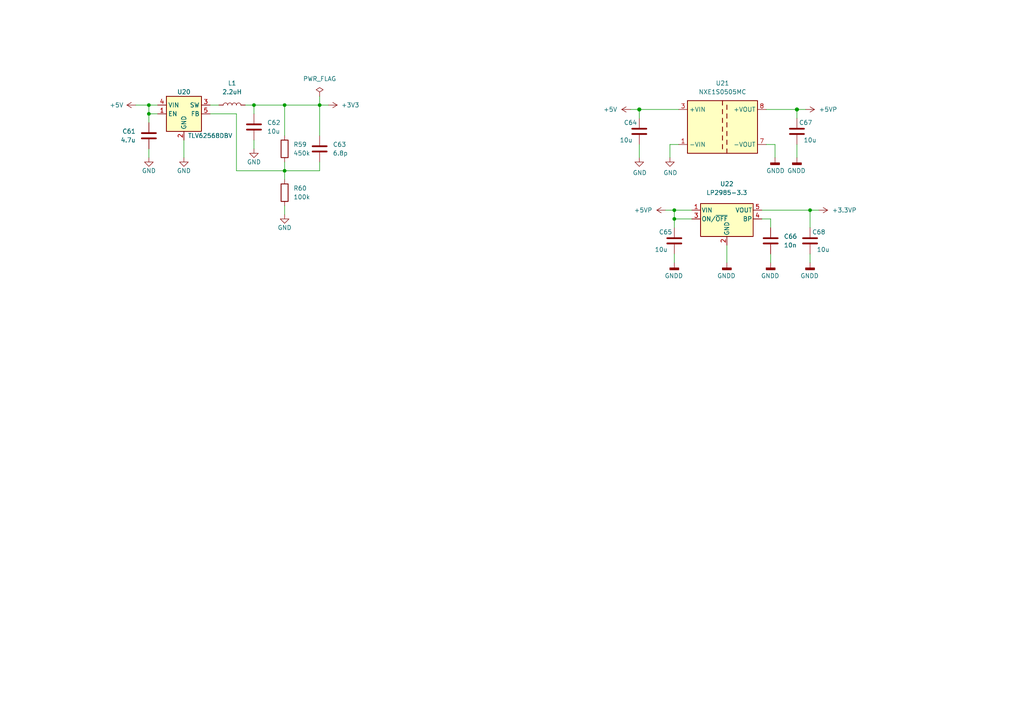
<source format=kicad_sch>
(kicad_sch (version 20210621) (generator eeschema)
  (paper "A4")
  (lib_symbols
    (symbol "Device:C" (pin_numbers hide) (pin_names (offset 0.254))
      (property "Reference" "C" (at 0.635 2.54 0))
      (property "Value" "C" (at 0.635 -2.54 0))
      (symbol "C_0_1"
        (polyline (pts (xy -2.032 -0.762) (xy 2.032 -0.762)) (stroke (width 0.508)))
        (polyline (pts (xy -2.032 0.762) (xy 2.032 0.762)) (stroke (width 0.508)))
      )
      (symbol "C_1_1"
        (pin passive line (at 0 3.81 270) (length 2.794) (name "~") (number "1"))
        (pin passive line (at 0 -3.81 90) (length 2.794) (name "~") (number "2"))
      )
    )
    (symbol "Device:L" (pin_numbers hide) (pin_names (offset 1.016) hide)
      (property "Reference" "L" (at -1.27 0 90))
      (property "Value" "L" (at 1.905 0 90))
      (symbol "L_0_1"
        (arc (start 0 -2.54) (end 0 -1.27) (radius (at 0 -1.905) (length 0.635) (angles -89.9 89.9)))
        (arc (start 0 -1.27) (end 0 0) (radius (at 0 -0.635) (length 0.635) (angles -89.9 89.9)))
        (arc (start 0 0) (end 0 1.27) (radius (at 0 0.635) (length 0.635) (angles -89.9 89.9)))
        (arc (start 0 1.27) (end 0 2.54) (radius (at 0 1.905) (length 0.635) (angles -89.9 89.9)))
      )
      (symbol "L_1_1"
        (pin passive line (at 0 3.81 270) (length 1.27) (name "1") (number "1"))
        (pin passive line (at 0 -3.81 90) (length 1.27) (name "2") (number "2"))
      )
    )
    (symbol "Device:R" (pin_numbers hide) (pin_names (offset 0))
      (property "Reference" "R" (at 2.032 0 90))
      (property "Value" "R" (at 0 0 90))
      (symbol "R_0_1"
        (rectangle (start -1.016 -2.54) (end 1.016 2.54) (stroke (width 0.254)))
      )
      (symbol "R_1_1"
        (pin passive line (at 0 3.81 270) (length 1.27) (name "~") (number "1"))
        (pin passive line (at 0 -3.81 90) (length 1.27) (name "~") (number "2"))
      )
    )
    (symbol "Regulator_Linear:LP2985-3.3" (pin_names (offset 0.254))
      (property "Reference" "U" (at -6.35 5.715 0))
      (property "Value" "LP2985-3.3" (at 0 5.715 0))
      (symbol "LP2985-3.3_0_1"
        (rectangle (start -7.62 -5.08) (end 7.62 4.445) (stroke (width 0.254)) (fill (type background)))
      )
      (symbol "LP2985-3.3_1_1"
        (pin power_in line (at -10.16 2.54 0) (length 2.54) (name "VIN") (number "1"))
        (pin power_in line (at 0 -7.62 90) (length 2.54) (name "GND") (number "2"))
        (pin input line (at -10.16 0 0) (length 2.54) (name "ON/~{OFF}") (number "3"))
        (pin input line (at 10.16 0 180) (length 2.54) (name "BP") (number "4"))
        (pin power_out line (at 10.16 2.54 180) (length 2.54) (name "VOUT") (number "5"))
      )
    )
    (symbol "Regulator_Switching:NXE1S0505MC"
      (property "Reference" "U" (at -8.89 8.89 0))
      (property "Value" "NXE1S0505MC" (at 2.54 8.89 0))
      (symbol "NXE1S0505MC_0_1"
        (rectangle (start -10.16 7.62) (end 10.16 -7.62) (stroke (width 0.254)) (fill (type background)))
        (polyline (pts (xy 0 -5.08) (xy 0 -6.35)) (stroke (width 0.254)))
        (polyline (pts (xy 0 -2.54) (xy 0 -3.81)) (stroke (width 0.254)))
        (polyline (pts (xy 0 0) (xy 0 -1.27)) (stroke (width 0.254)))
        (polyline (pts (xy 0 2.54) (xy 0 1.27)) (stroke (width 0.254)))
        (polyline (pts (xy 0 5.08) (xy 0 3.81)) (stroke (width 0.254)))
        (polyline (pts (xy 0 7.62) (xy 0 6.35)) (stroke (width 0.254)))
        (polyline (pts (xy 1.27 -7.62) (xy 1.27 -6.35)) (stroke (width 0.254)))
        (polyline (pts (xy 1.27 -5.08) (xy 1.27 -3.81)) (stroke (width 0.254)))
        (polyline (pts (xy 1.27 -2.54) (xy 1.27 -1.27)) (stroke (width 0.254)))
        (polyline (pts (xy 1.27 0) (xy 1.27 1.27)) (stroke (width 0.254)))
        (polyline (pts (xy 1.27 2.54) (xy 1.27 3.81)) (stroke (width 0.254)))
        (polyline (pts (xy 1.27 5.08) (xy 1.27 6.35)) (stroke (width 0.254)))
      )
      (symbol "NXE1S0505MC_1_1"
        (pin power_in line (at -12.7 -5.08 0) (length 2.54) (name "-VIN") (number "1"))
        (pin no_connect line (at -10.16 0 0) (length 2.54) hide (name "NC") (number "14"))
        (pin power_in line (at -12.7 5.08 0) (length 2.54) (name "+VIN") (number "3"))
        (pin power_out line (at 12.7 -5.08 180) (length 2.54) (name "-VOUT") (number "7"))
        (pin power_out line (at 12.7 5.08 180) (length 2.54) (name "+VOUT") (number "8"))
      )
    )
    (symbol "Regulator_Switching:TLV62568DBV"
      (property "Reference" "U" (at -5.08 6.35 0))
      (property "Value" "TLV62568DBV" (at 0 6.35 0))
      (symbol "TLV62568DBV_0_1"
        (rectangle (start -5.08 5.08) (end 5.08 -5.08) (stroke (width 0.254)) (fill (type background)))
      )
      (symbol "TLV62568DBV_1_1"
        (pin input line (at -7.62 0 0) (length 2.54) (name "EN") (number "1"))
        (pin power_in line (at 0 -7.62 90) (length 2.54) (name "GND") (number "2"))
        (pin power_out line (at 7.62 2.54 180) (length 2.54) (name "SW") (number "3"))
        (pin power_in line (at -7.62 2.54 0) (length 2.54) (name "VIN") (number "4"))
        (pin input line (at 7.62 0 180) (length 2.54) (name "FB") (number "5"))
      )
    )
    (symbol "power:+3.3VP" (power) (pin_names (offset 0))
      (property "Value" "+3.3VP" (at 0 2.54 0))
      (symbol "+3.3VP_0_0"
        (pin power_in line (at 0 0 90) (length 0) hide (name "+3.3VP") (number "1"))
      )
      (symbol "+3.3VP_0_1"
        (polyline (pts (xy -0.762 1.27) (xy 0 2.54)))
        (polyline (pts (xy 0 0) (xy 0 2.54)))
        (polyline (pts (xy 0 2.54) (xy 0.762 1.27)))
      )
    )
    (symbol "power:+3V3" (power) (pin_names (offset 0))
      (property "Value" "+3V3" (at 0 3.556 0))
      (symbol "+3V3_0_1"
        (polyline (pts (xy -0.762 1.27) (xy 0 2.54)))
        (polyline (pts (xy 0 0) (xy 0 2.54)))
        (polyline (pts (xy 0 2.54) (xy 0.762 1.27)))
      )
      (symbol "+3V3_1_1"
        (pin power_in line (at 0 0 90) (length 0) hide (name "+3V3") (number "1"))
      )
    )
    (symbol "power:+5V" (power) (pin_names (offset 0))
      (property "Value" "+5V" (at 0 3.556 0))
      (symbol "+5V_0_1"
        (polyline (pts (xy -0.762 1.27) (xy 0 2.54)))
        (polyline (pts (xy 0 0) (xy 0 2.54)))
        (polyline (pts (xy 0 2.54) (xy 0.762 1.27)))
      )
      (symbol "+5V_1_1"
        (pin power_in line (at 0 0 90) (length 0) hide (name "+5V") (number "1"))
      )
    )
    (symbol "power:+5VP" (power) (pin_names (offset 0))
      (property "Value" "+5VP" (at 0 3.556 0))
      (symbol "+5VP_0_1"
        (polyline (pts (xy -0.762 1.27) (xy 0 2.54)))
        (polyline (pts (xy 0 0) (xy 0 2.54)))
        (polyline (pts (xy 0 2.54) (xy 0.762 1.27)))
      )
      (symbol "+5VP_1_1"
        (pin power_in line (at 0 0 90) (length 0) hide (name "+5VP") (number "1"))
      )
    )
    (symbol "power:GND" (power) (pin_names (offset 0))
      (property "Value" "GND" (at 0 -3.81 0))
      (symbol "GND_0_1"
        (polyline (pts (xy 0 0) (xy 0 -1.27) (xy 1.27 -1.27) (xy 0 -2.54) (xy -1.27 -1.27) (xy 0 -1.27)))
      )
      (symbol "GND_1_1"
        (pin power_in line (at 0 0 270) (length 0) hide (name "GND") (number "1"))
      )
    )
    (symbol "power:GNDD" (power) (pin_names (offset 0))
      (property "Value" "GNDD" (at 0 -3.175 0))
      (symbol "GNDD_0_1"
        (rectangle (start -1.27 -1.524) (end 1.27 -2.032) (stroke (width 0.254)) (fill (type outline)))
        (polyline (pts (xy 0 0) (xy 0 -1.524)))
      )
      (symbol "GNDD_1_1"
        (pin power_in line (at 0 0 270) (length 0) hide (name "GNDD") (number "1"))
      )
    )
    (symbol "power:PWR_FLAG" (power) (pin_numbers hide) (pin_names (offset 0) hide)
      (property "Value" "PWR_FLAG" (at 0 3.81 0))
      (symbol "PWR_FLAG_0_0"
        (pin power_out line (at 0 0 90) (length 0) (name "pwr") (number "1"))
      )
      (symbol "PWR_FLAG_0_1"
        (polyline (pts (xy 0 0) (xy 0 1.27) (xy -1.016 1.905) (xy 0 2.54) (xy 1.016 1.905) (xy 0 1.27)))
      )
    )
  )
  (junction (at 43.18 30.48) (diameter 0.9144))
  (junction (at 43.18 33.02) (diameter 0.9144))
  (junction (at 73.66 30.48) (diameter 0.9144))
  (junction (at 82.55 30.48) (diameter 0.9144))
  (junction (at 82.55 49.53) (diameter 0.9144))
  (junction (at 92.71 30.48) (diameter 0.9144))
  (junction (at 185.42 31.75) (diameter 1.016))
  (junction (at 195.58 60.96) (diameter 0.9144))
  (junction (at 195.58 63.5) (diameter 0.9144))
  (junction (at 231.14 31.75) (diameter 1.016))
  (junction (at 234.95 60.96) (diameter 0.9144))
  (wire (pts (xy 39.37 30.48) (xy 43.18 30.48)))
  (wire (pts (xy 43.18 30.48) (xy 45.72 30.48)))
  (wire (pts (xy 43.18 33.02) (xy 43.18 30.48)))
  (wire (pts (xy 43.18 33.02) (xy 43.18 35.56)))
  (wire (pts (xy 43.18 43.18) (xy 43.18 45.72)))
  (wire (pts (xy 45.72 33.02) (xy 43.18 33.02)))
  (wire (pts (xy 53.34 40.64) (xy 53.34 45.72)))
  (wire (pts (xy 60.96 30.48) (xy 63.5 30.48)))
  (wire (pts (xy 60.96 33.02) (xy 68.58 33.02)))
  (wire (pts (xy 68.58 33.02) (xy 68.58 49.53)))
  (wire (pts (xy 68.58 49.53) (xy 82.55 49.53)))
  (wire (pts (xy 71.12 30.48) (xy 73.66 30.48)))
  (wire (pts (xy 73.66 30.48) (xy 73.66 33.02)))
  (wire (pts (xy 73.66 30.48) (xy 82.55 30.48)))
  (wire (pts (xy 73.66 40.64) (xy 73.66 43.18)))
  (wire (pts (xy 82.55 30.48) (xy 82.55 39.37)))
  (wire (pts (xy 82.55 30.48) (xy 92.71 30.48)))
  (wire (pts (xy 82.55 46.99) (xy 82.55 49.53)))
  (wire (pts (xy 82.55 49.53) (xy 82.55 52.07)))
  (wire (pts (xy 82.55 49.53) (xy 92.71 49.53)))
  (wire (pts (xy 82.55 59.69) (xy 82.55 62.23)))
  (wire (pts (xy 92.71 27.94) (xy 92.71 30.48)))
  (wire (pts (xy 92.71 30.48) (xy 92.71 39.37)))
  (wire (pts (xy 92.71 30.48) (xy 95.25 30.48)))
  (wire (pts (xy 92.71 49.53) (xy 92.71 46.99)))
  (wire (pts (xy 182.88 31.75) (xy 185.42 31.75)))
  (wire (pts (xy 185.42 31.75) (xy 196.85 31.75)))
  (wire (pts (xy 185.42 34.29) (xy 185.42 31.75)))
  (wire (pts (xy 185.42 45.72) (xy 185.42 41.91)))
  (wire (pts (xy 193.04 60.96) (xy 195.58 60.96)))
  (wire (pts (xy 194.31 41.91) (xy 196.85 41.91)))
  (wire (pts (xy 194.31 45.72) (xy 194.31 41.91)))
  (wire (pts (xy 195.58 60.96) (xy 195.58 63.5)))
  (wire (pts (xy 195.58 63.5) (xy 195.58 66.04)))
  (wire (pts (xy 195.58 63.5) (xy 200.66 63.5)))
  (wire (pts (xy 195.58 73.66) (xy 195.58 76.2)))
  (wire (pts (xy 200.66 60.96) (xy 195.58 60.96)))
  (wire (pts (xy 210.82 71.12) (xy 210.82 76.2)))
  (wire (pts (xy 220.98 60.96) (xy 234.95 60.96)))
  (wire (pts (xy 220.98 63.5) (xy 223.52 63.5)))
  (wire (pts (xy 222.25 31.75) (xy 231.14 31.75)))
  (wire (pts (xy 223.52 63.5) (xy 223.52 66.04)))
  (wire (pts (xy 223.52 73.66) (xy 223.52 76.2)))
  (wire (pts (xy 224.79 41.91) (xy 222.25 41.91)))
  (wire (pts (xy 224.79 45.72) (xy 224.79 41.91)))
  (wire (pts (xy 231.14 31.75) (xy 231.14 34.29)))
  (wire (pts (xy 231.14 45.72) (xy 231.14 41.91)))
  (wire (pts (xy 233.68 31.75) (xy 231.14 31.75)))
  (wire (pts (xy 234.95 60.96) (xy 234.95 66.04)))
  (wire (pts (xy 234.95 60.96) (xy 237.49 60.96)))
  (wire (pts (xy 234.95 73.66) (xy 234.95 76.2)))
  (symbol (lib_id "power:+5V") (at 39.37 30.48 90) (unit 1)
    (property "Reference" "#PWR0154" (effects hide))
    (property "Value" "+5V" (at 31.75 30.4799 90) (effects (justify right)))
  )
  (symbol (lib_id "power:+3V3") (at 95.25 30.48 270) (unit 1)
    (property "Reference" "#PWR0159" (effects hide))
    (property "Value" "+3V3" (at 101.6 30.48 90))
  )
  (symbol (lib_id "power:+5V") (at 182.88 31.75 90) (unit 1)
    (property "Reference" "#PWR0160" (effects hide))
    (property "Value" "+5V" (at 179.07 31.75 90) (effects (justify left)))
  )
  (symbol (lib_id "power:+5VP") (at 193.04 60.96 90) (unit 1)
    (property "Reference" "#PWR0162" (effects hide))
    (property "Value" "+5VP" (at 189.23 60.96 90) (effects (justify left)))
  )
  (symbol (lib_id "power:+5VP") (at 233.68 31.75 270) (unit 1)
    (property "Reference" "#PWR0169" (effects hide))
    (property "Value" "+5VP" (at 237.49 31.75 90) (effects (justify left)))
  )
  (symbol (lib_id "power:+3.3VP") (at 237.49 60.96 270) (unit 1)
    (property "Reference" "#PWR0171" (effects hide))
    (property "Value" "+3.3VP" (at 241.3 60.9599 90) (effects (justify left)))
  )
  (symbol (lib_id "power:PWR_FLAG") (at 92.71 27.94 0) (unit 1)
    (property "Reference" "#FLG06" (effects hide))
    (property "Value" "PWR_FLAG" (at 92.71 22.86 0))
  )
  (symbol (lib_id "power:GNDD") (at 195.58 76.2 0) (unit 1)
    (property "Reference" "#PWR0164" (effects hide))
    (property "Value" "GNDD" (at 198.12 80.01 0) (effects (justify right)))
  )
  (symbol (lib_id "power:GNDD") (at 210.82 76.2 0) (unit 1)
    (property "Reference" "#PWR0165" (effects hide))
    (property "Value" "GNDD" (at 213.36 80.01 0) (effects (justify right)))
  )
  (symbol (lib_id "power:GNDD") (at 223.52 76.2 0) (unit 1)
    (property "Reference" "#PWR0166" (effects hide))
    (property "Value" "GNDD" (at 226.06 80.01 0) (effects (justify right)))
  )
  (symbol (lib_id "power:GNDD") (at 224.79 45.72 0) (mirror y) (unit 1)
    (property "Reference" "#PWR0167" (effects hide))
    (property "Value" "GNDD" (at 222.25 49.53 0) (effects (justify right)))
  )
  (symbol (lib_id "power:GNDD") (at 231.14 45.72 0) (unit 1)
    (property "Reference" "#PWR0168" (effects hide))
    (property "Value" "GNDD" (at 233.68 49.53 0) (effects (justify right)))
  )
  (symbol (lib_id "power:GNDD") (at 234.95 76.2 0) (unit 1)
    (property "Reference" "#PWR0170" (effects hide))
    (property "Value" "GNDD" (at 237.49 80.01 0) (effects (justify right)))
  )
  (symbol (lib_id "power:GND") (at 43.18 45.72 0) (unit 1)
    (property "Reference" "#PWR0155" (effects hide))
    (property "Value" "GND" (at 43.18 49.53 0))
  )
  (symbol (lib_id "power:GND") (at 53.34 45.72 0) (unit 1)
    (property "Reference" "#PWR0156" (effects hide))
    (property "Value" "GND" (at 53.34 49.53 0))
  )
  (symbol (lib_id "power:GND") (at 73.66 43.18 0) (unit 1)
    (property "Reference" "#PWR0157" (effects hide))
    (property "Value" "GND" (at 73.66 46.99 0))
  )
  (symbol (lib_id "power:GND") (at 82.55 62.23 0) (unit 1)
    (property "Reference" "#PWR0158" (effects hide))
    (property "Value" "GND" (at 82.55 66.04 0))
  )
  (symbol (lib_id "power:GND") (at 185.42 45.72 0) (unit 1)
    (property "Reference" "#PWR0161" (effects hide))
    (property "Value" "GND" (at 185.547 50.1142 0))
  )
  (symbol (lib_id "power:GND") (at 194.31 45.72 0) (unit 1)
    (property "Reference" "#PWR0163" (effects hide))
    (property "Value" "GND" (at 194.437 50.1142 0))
  )
  (symbol (lib_id "Device:L") (at 67.31 30.48 90) (unit 1)
    (property "Reference" "L1" (at 67.31 24.13 90))
    (property "Value" "2.2uH" (at 67.31 26.67 90))
    (property "Footprint" "Inductor_SMD:L_Taiyo-Yuden_NR-30xx" (effects hide))
    (property "Part number" "NR3012T2R2M" (effects hide))
  )
  (symbol (lib_id "Device:R") (at 82.55 43.18 0) (unit 1)
    (property "Reference" "R59" (at 85.09 41.9099 0) (effects (justify left)))
    (property "Value" "450k" (at 85.09 44.4499 0) (effects (justify left)))
    (property "Footprint" "Resistor_SMD:R_0402_1005Metric" (effects hide))
  )
  (symbol (lib_id "Device:R") (at 82.55 55.88 0) (unit 1)
    (property "Reference" "R60" (at 85.09 54.6099 0) (effects (justify left)))
    (property "Value" "100k" (at 85.09 57.1499 0) (effects (justify left)))
    (property "Footprint" "Resistor_SMD:R_0402_1005Metric" (effects hide))
  )
  (symbol (lib_id "Device:C") (at 43.18 39.37 0) (mirror x) (unit 1)
    (property "Reference" "C61" (at 39.37 38.0999 0) (effects (justify right)))
    (property "Value" "4.7u" (at 39.37 40.6399 0) (effects (justify right)))
    (property "Footprint" "Capacitor_SMD:C_0603_1608Metric" (effects hide))
  )
  (symbol (lib_id "Device:C") (at 73.66 36.83 0) (unit 1)
    (property "Reference" "C62" (at 77.47 35.5599 0) (effects (justify left)))
    (property "Value" "10u" (at 77.47 38.0999 0) (effects (justify left)))
    (property "Footprint" "Capacitor_SMD:C_0603_1608Metric" (effects hide))
  )
  (symbol (lib_id "Device:C") (at 92.71 43.18 0) (unit 1)
    (property "Reference" "C63" (at 96.52 41.9099 0) (effects (justify left)))
    (property "Value" "6.8p" (at 96.52 44.4499 0) (effects (justify left)))
    (property "Footprint" "Capacitor_SMD:C_0402_1005Metric" (effects hide))
  )
  (symbol (lib_id "Device:C") (at 185.42 38.1 0) (mirror y) (unit 1)
    (property "Reference" "C64" (at 182.88 35.56 0))
    (property "Value" "10u" (at 181.61 40.64 0))
    (property "Footprint" "Capacitor_SMD:C_0603_1608Metric" (effects hide))
    (property "Part Number" "CC0603KRX5R6BB106" (effects hide))
  )
  (symbol (lib_id "Device:C") (at 195.58 69.85 0) (mirror y) (unit 1)
    (property "Reference" "C65" (at 193.04 67.31 0))
    (property "Value" "10u" (at 191.77 72.39 0))
    (property "Footprint" "Capacitor_SMD:C_0603_1608Metric" (effects hide))
    (property "Part Number" "CC0603KRX5R6BB106" (effects hide))
  )
  (symbol (lib_id "Device:C") (at 223.52 69.85 0) (unit 1)
    (property "Reference" "C66" (at 227.33 68.5799 0) (effects (justify left)))
    (property "Value" "10n" (at 227.33 71.1199 0) (effects (justify left)))
    (property "Footprint" "Capacitor_SMD:C_0402_1005Metric" (effects hide))
  )
  (symbol (lib_id "Device:C") (at 231.14 38.1 0) (unit 1)
    (property "Reference" "C67" (at 233.68 35.56 0))
    (property "Value" "10u" (at 234.95 40.64 0))
    (property "Footprint" "Capacitor_SMD:C_0603_1608Metric" (effects hide))
    (property "Part Number" "CC0603KRX5R6BB106" (effects hide))
  )
  (symbol (lib_id "Device:C") (at 234.95 69.85 0) (unit 1)
    (property "Reference" "C68" (at 237.49 67.31 0))
    (property "Value" "10u" (at 238.76 72.39 0))
    (property "Footprint" "Capacitor_SMD:C_0603_1608Metric" (effects hide))
    (property "Part Number" "CC0603KRX5R6BB106" (effects hide))
  )
  (symbol (lib_id "Regulator_Switching:TLV62568DBV") (at 53.34 33.02 0) (unit 1)
    (property "Reference" "U20" (at 53.34 26.67 0))
    (property "Value" "TLV62568DBV" (at 60.96 39.37 0))
    (property "Footprint" "Package_TO_SOT_SMD:SOT-23-5" (effects hide))
    (property "Datasheet" "http://www.ti.com/lit/ds/symlink/tlv62568.pdf" (effects hide))
  )
  (symbol (lib_id "Regulator_Linear:LP2985-3.3") (at 210.82 63.5 0) (unit 1)
    (property "Reference" "U22" (at 210.82 53.34 0))
    (property "Value" "LP2985-3.3" (at 210.82 55.88 0))
    (property "Footprint" "Package_TO_SOT_SMD:SOT-23-5" (effects hide))
    (property "Datasheet" "http://www.ti.com/lit/ds/symlink/lp2985.pdf" (effects hide))
  )
  (symbol (lib_id "Regulator_Switching:NXE1S0505MC") (at 209.55 36.83 0) (unit 1)
    (property "Reference" "U21" (at 209.55 24.13 0))
    (property "Value" "NXE1S0505MC" (at 209.55 26.67 0))
    (property "Footprint" "Converter_DCDC:Converter_DCDC_Murata_NXExSxxxxMC_SMD" (effects hide))
    (property "Datasheet" "https://www.murata.com/products/productdata/8807031865374/kdc-nxe1.pdf" (effects hide))
  )
)
</source>
